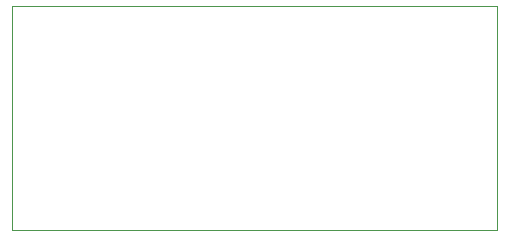
<source format=gbr>
G04 #@! TF.GenerationSoftware,KiCad,Pcbnew,(5.1.4-0-10_14)*
G04 #@! TF.CreationDate,2020-11-07T12:11:02-05:00*
G04 #@! TF.ProjectId,FabISP,46616249-5350-42e6-9b69-6361645f7063,rev?*
G04 #@! TF.SameCoordinates,Original*
G04 #@! TF.FileFunction,Profile,NP*
%FSLAX46Y46*%
G04 Gerber Fmt 4.6, Leading zero omitted, Abs format (unit mm)*
G04 Created by KiCad (PCBNEW (5.1.4-0-10_14)) date 2020-11-07 12:11:02*
%MOMM*%
%LPD*%
G04 APERTURE LIST*
%ADD10C,0.050000*%
G04 APERTURE END LIST*
D10*
X125500000Y-87500000D02*
X126500000Y-87500000D01*
X125500000Y-106500000D02*
X125500000Y-87500000D01*
X166500000Y-106500000D02*
X125500000Y-106500000D01*
X166500000Y-87500000D02*
X166500000Y-106500000D01*
X126500000Y-87500000D02*
X166500000Y-87500000D01*
M02*

</source>
